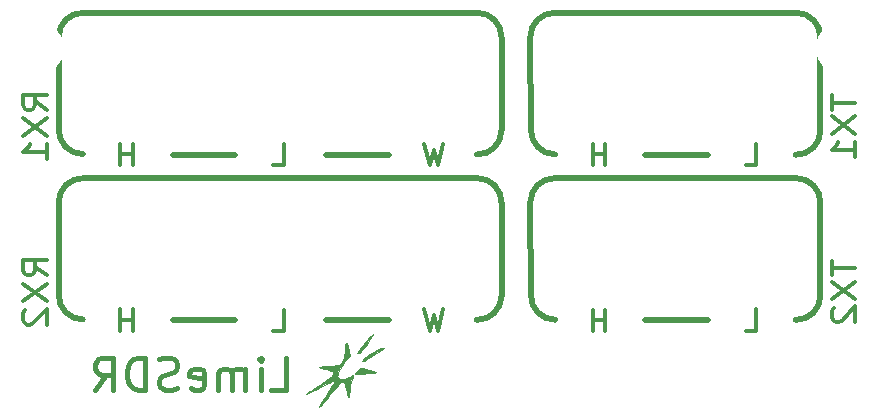
<source format=gbo>
G04 #@! TF.FileFunction,Legend,Bot*
%FSLAX46Y46*%
G04 Gerber Fmt 4.6, Leading zero omitted, Abs format (unit mm)*
G04 Created by KiCad (PCBNEW (2016-09-17 revision 679eef1)-makepkg) date 09/24/16 16:36:29*
%MOMM*%
%LPD*%
G01*
G04 APERTURE LIST*
%ADD10C,0.150000*%
%ADD11C,0.300000*%
%ADD12C,0.500000*%
%ADD13C,0.350000*%
%ADD14C,0.400000*%
%ADD15C,0.010000*%
%ADD16C,0.800000*%
%ADD17C,3.000000*%
%ADD18C,0.700000*%
%ADD19C,1.350000*%
G04 APERTURE END LIST*
D10*
D11*
X63862857Y-13904285D02*
X64720000Y-13904285D01*
X64720000Y-12104285D01*
D12*
X60620000Y-12990000D02*
X55320000Y-12990000D01*
D11*
X51934285Y-13919175D02*
X51934285Y-12119175D01*
X51934285Y-12976318D02*
X50905714Y-12976318D01*
X50905714Y-13919175D02*
X50905714Y-12119175D01*
D12*
X47710000Y-12980000D02*
G75*
G02X45660000Y-10879390I0J2050610D01*
G01*
X45610000Y-3080000D02*
X45660000Y-10879390D01*
X45609390Y-3040000D02*
G75*
G02X47710000Y-990000I2050610J0D01*
G01*
X68220000Y-990000D02*
X47720000Y-990000D01*
X68120000Y-990000D02*
G75*
G02X70170000Y-3090610I0J-2050610D01*
G01*
X70170000Y-10960000D02*
X70170000Y-3090610D01*
X70170000Y-10960000D02*
G75*
G02X68069390Y-13010000I-2050610J0D01*
G01*
D13*
X71124761Y-7966190D02*
X71124761Y-9223333D01*
X73124761Y-8594761D02*
X71124761Y-8594761D01*
X71124761Y-9747142D02*
X73124761Y-11213809D01*
X71124761Y-11213809D02*
X73124761Y-9747142D01*
X73124761Y-13204285D02*
X73124761Y-11947142D01*
X73124761Y-12575714D02*
X71124761Y-12575714D01*
X71410476Y-12366190D01*
X71600952Y-12156666D01*
X71696190Y-11947142D01*
D12*
X45609390Y-17040000D02*
G75*
G02X47710000Y-14990000I2050610J0D01*
G01*
X45610000Y-17080000D02*
X45660000Y-24879390D01*
X47710000Y-26980000D02*
G75*
G02X45660000Y-24879390I0J2050610D01*
G01*
X41120000Y-990000D02*
G75*
G02X43170000Y-3090610I0J-2050610D01*
G01*
X43170000Y-10910000D02*
X43170000Y-3090610D01*
X43170000Y-10940000D02*
G75*
G02X41069390Y-12990000I-2050610J0D01*
G01*
D11*
X38191428Y-12104285D02*
X37762857Y-13904285D01*
X37420000Y-12618571D01*
X37077142Y-13904285D01*
X36648571Y-12104285D01*
D12*
X33620000Y-12990000D02*
X28320000Y-12990000D01*
D11*
X23862857Y-13919175D02*
X24720000Y-13919175D01*
X24720000Y-12119175D01*
D12*
X20620000Y-12990000D02*
X15320000Y-12990000D01*
D11*
X11934285Y-13904285D02*
X11934285Y-12104285D01*
X11934285Y-12961428D02*
X10905714Y-12961428D01*
X10905714Y-13904285D02*
X10905714Y-12104285D01*
D12*
X7726034Y-12954890D02*
G75*
G02X5676034Y-10854280I0J2050610D01*
G01*
X41220000Y-990000D02*
X7770000Y-990000D01*
X5669390Y-3040000D02*
G75*
G02X7770000Y-990000I2050610J0D01*
G01*
X5676034Y-10854890D02*
X5676034Y-3004890D01*
D13*
X4654761Y-9205714D02*
X3702380Y-8472380D01*
X4654761Y-7948571D02*
X2654761Y-7948571D01*
X2654761Y-8786666D01*
X2750000Y-8996190D01*
X2845238Y-9100952D01*
X3035714Y-9205714D01*
X3321428Y-9205714D01*
X3511904Y-9100952D01*
X3607142Y-8996190D01*
X3702380Y-8786666D01*
X3702380Y-7948571D01*
X2654761Y-9939047D02*
X4654761Y-11405714D01*
X2654761Y-11405714D02*
X4654761Y-9939047D01*
X4654761Y-13396190D02*
X4654761Y-12139047D01*
X4654761Y-12767619D02*
X2654761Y-12767619D01*
X2940476Y-12558095D01*
X3130952Y-12348571D01*
X3226190Y-12139047D01*
D11*
X51934285Y-27919175D02*
X51934285Y-26119175D01*
X51934285Y-26976318D02*
X50905714Y-26976318D01*
X50905714Y-27919175D02*
X50905714Y-26119175D01*
X63862857Y-27904285D02*
X64720000Y-27904285D01*
X64720000Y-26104285D01*
D12*
X60620000Y-26990000D02*
X55320000Y-26990000D01*
X68220000Y-14990000D02*
X47720000Y-14990000D01*
X68120000Y-14990000D02*
G75*
G02X70170000Y-17090610I0J-2050610D01*
G01*
X70170000Y-24960000D02*
X70170000Y-17090610D01*
X70170000Y-24940000D02*
G75*
G02X68069390Y-26990000I-2050610J0D01*
G01*
D13*
X71124761Y-21966190D02*
X71124761Y-23223333D01*
X73124761Y-22594761D02*
X71124761Y-22594761D01*
X71124761Y-23747142D02*
X73124761Y-25213809D01*
X71124761Y-25213809D02*
X73124761Y-23747142D01*
X71315238Y-25947142D02*
X71220000Y-26051904D01*
X71124761Y-26261428D01*
X71124761Y-26785238D01*
X71220000Y-26994761D01*
X71315238Y-27099523D01*
X71505714Y-27204285D01*
X71696190Y-27204285D01*
X71981904Y-27099523D01*
X73124761Y-25842380D01*
X73124761Y-27204285D01*
D12*
X20620000Y-26990000D02*
X15320000Y-26990000D01*
D13*
X4654761Y-23205714D02*
X3702380Y-22472380D01*
X4654761Y-21948571D02*
X2654761Y-21948571D01*
X2654761Y-22786666D01*
X2750000Y-22996190D01*
X2845238Y-23100952D01*
X3035714Y-23205714D01*
X3321428Y-23205714D01*
X3511904Y-23100952D01*
X3607142Y-22996190D01*
X3702380Y-22786666D01*
X3702380Y-21948571D01*
X2654761Y-23939047D02*
X4654761Y-25405714D01*
X2654761Y-25405714D02*
X4654761Y-23939047D01*
X2845238Y-26139047D02*
X2750000Y-26243809D01*
X2654761Y-26453333D01*
X2654761Y-26977142D01*
X2750000Y-27186666D01*
X2845238Y-27291428D01*
X3035714Y-27396190D01*
X3226190Y-27396190D01*
X3511904Y-27291428D01*
X4654761Y-26034285D01*
X4654761Y-27396190D01*
D12*
X43170000Y-24960000D02*
X43170000Y-17090610D01*
X43170000Y-24940000D02*
G75*
G02X41069390Y-26990000I-2050610J0D01*
G01*
X41120000Y-14990000D02*
G75*
G02X43170000Y-17090610I0J-2050610D01*
G01*
X33620000Y-26990000D02*
X28320000Y-26990000D01*
X5676034Y-24854890D02*
X5676034Y-17004890D01*
X7726034Y-26954890D02*
G75*
G02X5676034Y-24854280I0J2050610D01*
G01*
X5669390Y-17040000D02*
G75*
G02X7770000Y-14990000I2050610J0D01*
G01*
X41220000Y-14990000D02*
X7770000Y-14990000D01*
D11*
X11934285Y-27904285D02*
X11934285Y-26104285D01*
X11934285Y-26961428D02*
X10905714Y-26961428D01*
X10905714Y-27904285D02*
X10905714Y-26104285D01*
X23862857Y-27919175D02*
X24720000Y-27919175D01*
X24720000Y-26119175D01*
X38191428Y-26104285D02*
X37762857Y-27904285D01*
X37420000Y-26618571D01*
X37077142Y-27904285D01*
X36648571Y-26104285D01*
D14*
X23670000Y-32911428D02*
X24955714Y-32911428D01*
X24955714Y-30211428D01*
X22770000Y-32911428D02*
X22770000Y-31111428D01*
X22770000Y-30211428D02*
X22898571Y-30340000D01*
X22770000Y-30468571D01*
X22641428Y-30340000D01*
X22770000Y-30211428D01*
X22770000Y-30468571D01*
X21484285Y-32911428D02*
X21484285Y-31111428D01*
X21484285Y-31368571D02*
X21355714Y-31240000D01*
X21098571Y-31111428D01*
X20712857Y-31111428D01*
X20455714Y-31240000D01*
X20327142Y-31497142D01*
X20327142Y-32911428D01*
X20327142Y-31497142D02*
X20198571Y-31240000D01*
X19941428Y-31111428D01*
X19555714Y-31111428D01*
X19298571Y-31240000D01*
X19170000Y-31497142D01*
X19170000Y-32911428D01*
X16855714Y-32782857D02*
X17112857Y-32911428D01*
X17627142Y-32911428D01*
X17884285Y-32782857D01*
X18012857Y-32525714D01*
X18012857Y-31497142D01*
X17884285Y-31240000D01*
X17627142Y-31111428D01*
X17112857Y-31111428D01*
X16855714Y-31240000D01*
X16727142Y-31497142D01*
X16727142Y-31754285D01*
X18012857Y-32011428D01*
X15698571Y-32782857D02*
X15312857Y-32911428D01*
X14670000Y-32911428D01*
X14412857Y-32782857D01*
X14284285Y-32654285D01*
X14155714Y-32397142D01*
X14155714Y-32140000D01*
X14284285Y-31882857D01*
X14412857Y-31754285D01*
X14670000Y-31625714D01*
X15184285Y-31497142D01*
X15441428Y-31368571D01*
X15570000Y-31240000D01*
X15698571Y-30982857D01*
X15698571Y-30725714D01*
X15570000Y-30468571D01*
X15441428Y-30340000D01*
X15184285Y-30211428D01*
X14541428Y-30211428D01*
X14155714Y-30340000D01*
X12998571Y-32911428D02*
X12998571Y-30211428D01*
X12355714Y-30211428D01*
X11970000Y-30340000D01*
X11712857Y-30597142D01*
X11584285Y-30854285D01*
X11455714Y-31368571D01*
X11455714Y-31754285D01*
X11584285Y-32268571D01*
X11712857Y-32525714D01*
X11970000Y-32782857D01*
X12355714Y-32911428D01*
X12998571Y-32911428D01*
X8755714Y-32911428D02*
X9655714Y-31625714D01*
X10298571Y-32911428D02*
X10298571Y-30211428D01*
X9270000Y-30211428D01*
X9012857Y-30340000D01*
X8884285Y-30468571D01*
X8755714Y-30725714D01*
X8755714Y-31111428D01*
X8884285Y-31368571D01*
X9012857Y-31497142D01*
X9270000Y-31625714D01*
X10298571Y-31625714D01*
D15*
G36*
X31115957Y-29811803D02*
X31152519Y-29800339D01*
X31193131Y-29773087D01*
X31243568Y-29723382D01*
X31309601Y-29644559D01*
X31397003Y-29529953D01*
X31511546Y-29372899D01*
X31659005Y-29166732D01*
X31753381Y-29034000D01*
X31901494Y-28824601D01*
X32034803Y-28634391D01*
X32147766Y-28471415D01*
X32234847Y-28343718D01*
X32290505Y-28259345D01*
X32309230Y-28226643D01*
X32293027Y-28198978D01*
X32237141Y-28229355D01*
X32140790Y-28318314D01*
X32071192Y-28391408D01*
X31896978Y-28580519D01*
X31757731Y-28734222D01*
X31638508Y-28869793D01*
X31524369Y-29004512D01*
X31400375Y-29155656D01*
X31265232Y-29323469D01*
X31148321Y-29472737D01*
X31051011Y-29603491D01*
X30981030Y-29704825D01*
X30946107Y-29765831D01*
X30943823Y-29777041D01*
X30984691Y-29802225D01*
X31067791Y-29814021D01*
X31077674Y-29814143D01*
X31115957Y-29811803D01*
X31115957Y-29811803D01*
G37*
X31115957Y-29811803D02*
X31152519Y-29800339D01*
X31193131Y-29773087D01*
X31243568Y-29723382D01*
X31309601Y-29644559D01*
X31397003Y-29529953D01*
X31511546Y-29372899D01*
X31659005Y-29166732D01*
X31753381Y-29034000D01*
X31901494Y-28824601D01*
X32034803Y-28634391D01*
X32147766Y-28471415D01*
X32234847Y-28343718D01*
X32290505Y-28259345D01*
X32309230Y-28226643D01*
X32293027Y-28198978D01*
X32237141Y-28229355D01*
X32140790Y-28318314D01*
X32071192Y-28391408D01*
X31896978Y-28580519D01*
X31757731Y-28734222D01*
X31638508Y-28869793D01*
X31524369Y-29004512D01*
X31400375Y-29155656D01*
X31265232Y-29323469D01*
X31148321Y-29472737D01*
X31051011Y-29603491D01*
X30981030Y-29704825D01*
X30946107Y-29765831D01*
X30943823Y-29777041D01*
X30984691Y-29802225D01*
X31067791Y-29814021D01*
X31077674Y-29814143D01*
X31115957Y-29811803D01*
G36*
X27755172Y-34349694D02*
X27827384Y-34282919D01*
X27935945Y-34162521D01*
X27996146Y-34091859D01*
X28099211Y-33969805D01*
X28187202Y-33866189D01*
X28247972Y-33795287D01*
X28266340Y-33774359D01*
X28300475Y-33734224D01*
X28372683Y-33647588D01*
X28475009Y-33524054D01*
X28599495Y-33373228D01*
X28736425Y-33206857D01*
X28892094Y-33019781D01*
X29050581Y-32833377D01*
X29199016Y-32662500D01*
X29324530Y-32522006D01*
X29396514Y-32444857D01*
X29504962Y-32333779D01*
X29577087Y-32267379D01*
X29626785Y-32237947D01*
X29667954Y-32237775D01*
X29714490Y-32259153D01*
X29722897Y-32263800D01*
X29820329Y-32341291D01*
X29897679Y-32459770D01*
X29960506Y-32630244D01*
X30007073Y-32826382D01*
X30054191Y-33060134D01*
X30090038Y-33232144D01*
X30117402Y-33351868D01*
X30139069Y-33428762D01*
X30157828Y-33472280D01*
X30176466Y-33491877D01*
X30197769Y-33497010D01*
X30204807Y-33497143D01*
X30233057Y-33485044D01*
X30255580Y-33441138D01*
X30275379Y-33354012D01*
X30295457Y-33212254D01*
X30307869Y-33105400D01*
X30326189Y-32927522D01*
X30340769Y-32761043D01*
X30349748Y-32628659D01*
X30351706Y-32570185D01*
X30369496Y-32411541D01*
X30416577Y-32219854D01*
X30484279Y-32023938D01*
X30563934Y-31852602D01*
X30571806Y-31838655D01*
X30621120Y-31734665D01*
X30631278Y-31669628D01*
X30603943Y-31651943D01*
X30542151Y-31688844D01*
X30503678Y-31716945D01*
X30443660Y-31752034D01*
X30351743Y-31799373D01*
X30217576Y-31864224D01*
X30030805Y-31951847D01*
X29959380Y-31985026D01*
X29875765Y-32007455D01*
X29753452Y-32022362D01*
X29675088Y-32025689D01*
X29551891Y-32021922D01*
X29473706Y-32001518D01*
X29413346Y-31955181D01*
X29388396Y-31927642D01*
X29321383Y-31822326D01*
X29279922Y-31707990D01*
X29279655Y-31706593D01*
X29286234Y-31568693D01*
X29348774Y-31386959D01*
X29466466Y-31162759D01*
X29638500Y-30897464D01*
X29864064Y-30592443D01*
X30140850Y-30250850D01*
X30252211Y-30109019D01*
X30317021Y-30004949D01*
X30331882Y-29944140D01*
X30331288Y-29942422D01*
X30312360Y-29875342D01*
X30288945Y-29767586D01*
X30277255Y-29705285D01*
X30259001Y-29609920D01*
X30236478Y-29511412D01*
X30205228Y-29392727D01*
X30160797Y-29236833D01*
X30107007Y-29054507D01*
X30065442Y-28965250D01*
X30016329Y-28931313D01*
X29971017Y-28960480D01*
X29970681Y-28961019D01*
X29959599Y-29009958D01*
X29945979Y-29117145D01*
X29931311Y-29268368D01*
X29917083Y-29449416D01*
X29912541Y-29516292D01*
X29887831Y-29814708D01*
X29855053Y-30052042D01*
X29811185Y-30239610D01*
X29753206Y-30388725D01*
X29678094Y-30510703D01*
X29632130Y-30566202D01*
X29550324Y-30651693D01*
X29470316Y-30719428D01*
X29382079Y-30772031D01*
X29275586Y-30812125D01*
X29140810Y-30842334D01*
X28967724Y-30865282D01*
X28746301Y-30883592D01*
X28466515Y-30899887D01*
X28330896Y-30906678D01*
X28142554Y-30917520D01*
X27978784Y-30930071D01*
X27853957Y-30942997D01*
X27782445Y-30954961D01*
X27772891Y-30958535D01*
X27745433Y-31000468D01*
X27774762Y-31040967D01*
X27846467Y-31064541D01*
X27872860Y-31066000D01*
X28004312Y-31079364D01*
X28171882Y-31115273D01*
X28356577Y-31167455D01*
X28539403Y-31229637D01*
X28701367Y-31295546D01*
X28823477Y-31358909D01*
X28873069Y-31396344D01*
X28937101Y-31466602D01*
X28954765Y-31517974D01*
X28933417Y-31580366D01*
X28923264Y-31600381D01*
X28845868Y-31704987D01*
X28707260Y-31836838D01*
X28506069Y-31997094D01*
X28240922Y-32186912D01*
X28174227Y-32232512D01*
X28001436Y-32347910D01*
X27800284Y-32479226D01*
X27586088Y-32616757D01*
X27374164Y-32750801D01*
X27179828Y-32871653D01*
X27018397Y-32969612D01*
X26923955Y-33024571D01*
X26787267Y-33103554D01*
X26703796Y-33158605D01*
X26661989Y-33198526D01*
X26650292Y-33232116D01*
X26650286Y-33233012D01*
X26679725Y-33231419D01*
X26768467Y-33197177D01*
X26917143Y-33129975D01*
X27126386Y-33029506D01*
X27396829Y-32895461D01*
X27729104Y-32727529D01*
X28123845Y-32525403D01*
X28548711Y-32305874D01*
X28708284Y-32226595D01*
X28817576Y-32181668D01*
X28887990Y-32167218D01*
X28927552Y-32177067D01*
X28983188Y-32225402D01*
X28998142Y-32249427D01*
X28993477Y-32274066D01*
X28969531Y-32325533D01*
X28923891Y-32407684D01*
X28854141Y-32524374D01*
X28757866Y-32679457D01*
X28632653Y-32876790D01*
X28476085Y-33120228D01*
X28285748Y-33413625D01*
X28059228Y-33760836D01*
X27878225Y-34037385D01*
X27799562Y-34160779D01*
X27739105Y-34261953D01*
X27706061Y-34325219D01*
X27702571Y-34336742D01*
X27715004Y-34366437D01*
X27755172Y-34349694D01*
X27755172Y-34349694D01*
G37*
X27755172Y-34349694D02*
X27827384Y-34282919D01*
X27935945Y-34162521D01*
X27996146Y-34091859D01*
X28099211Y-33969805D01*
X28187202Y-33866189D01*
X28247972Y-33795287D01*
X28266340Y-33774359D01*
X28300475Y-33734224D01*
X28372683Y-33647588D01*
X28475009Y-33524054D01*
X28599495Y-33373228D01*
X28736425Y-33206857D01*
X28892094Y-33019781D01*
X29050581Y-32833377D01*
X29199016Y-32662500D01*
X29324530Y-32522006D01*
X29396514Y-32444857D01*
X29504962Y-32333779D01*
X29577087Y-32267379D01*
X29626785Y-32237947D01*
X29667954Y-32237775D01*
X29714490Y-32259153D01*
X29722897Y-32263800D01*
X29820329Y-32341291D01*
X29897679Y-32459770D01*
X29960506Y-32630244D01*
X30007073Y-32826382D01*
X30054191Y-33060134D01*
X30090038Y-33232144D01*
X30117402Y-33351868D01*
X30139069Y-33428762D01*
X30157828Y-33472280D01*
X30176466Y-33491877D01*
X30197769Y-33497010D01*
X30204807Y-33497143D01*
X30233057Y-33485044D01*
X30255580Y-33441138D01*
X30275379Y-33354012D01*
X30295457Y-33212254D01*
X30307869Y-33105400D01*
X30326189Y-32927522D01*
X30340769Y-32761043D01*
X30349748Y-32628659D01*
X30351706Y-32570185D01*
X30369496Y-32411541D01*
X30416577Y-32219854D01*
X30484279Y-32023938D01*
X30563934Y-31852602D01*
X30571806Y-31838655D01*
X30621120Y-31734665D01*
X30631278Y-31669628D01*
X30603943Y-31651943D01*
X30542151Y-31688844D01*
X30503678Y-31716945D01*
X30443660Y-31752034D01*
X30351743Y-31799373D01*
X30217576Y-31864224D01*
X30030805Y-31951847D01*
X29959380Y-31985026D01*
X29875765Y-32007455D01*
X29753452Y-32022362D01*
X29675088Y-32025689D01*
X29551891Y-32021922D01*
X29473706Y-32001518D01*
X29413346Y-31955181D01*
X29388396Y-31927642D01*
X29321383Y-31822326D01*
X29279922Y-31707990D01*
X29279655Y-31706593D01*
X29286234Y-31568693D01*
X29348774Y-31386959D01*
X29466466Y-31162759D01*
X29638500Y-30897464D01*
X29864064Y-30592443D01*
X30140850Y-30250850D01*
X30252211Y-30109019D01*
X30317021Y-30004949D01*
X30331882Y-29944140D01*
X30331288Y-29942422D01*
X30312360Y-29875342D01*
X30288945Y-29767586D01*
X30277255Y-29705285D01*
X30259001Y-29609920D01*
X30236478Y-29511412D01*
X30205228Y-29392727D01*
X30160797Y-29236833D01*
X30107007Y-29054507D01*
X30065442Y-28965250D01*
X30016329Y-28931313D01*
X29971017Y-28960480D01*
X29970681Y-28961019D01*
X29959599Y-29009958D01*
X29945979Y-29117145D01*
X29931311Y-29268368D01*
X29917083Y-29449416D01*
X29912541Y-29516292D01*
X29887831Y-29814708D01*
X29855053Y-30052042D01*
X29811185Y-30239610D01*
X29753206Y-30388725D01*
X29678094Y-30510703D01*
X29632130Y-30566202D01*
X29550324Y-30651693D01*
X29470316Y-30719428D01*
X29382079Y-30772031D01*
X29275586Y-30812125D01*
X29140810Y-30842334D01*
X28967724Y-30865282D01*
X28746301Y-30883592D01*
X28466515Y-30899887D01*
X28330896Y-30906678D01*
X28142554Y-30917520D01*
X27978784Y-30930071D01*
X27853957Y-30942997D01*
X27782445Y-30954961D01*
X27772891Y-30958535D01*
X27745433Y-31000468D01*
X27774762Y-31040967D01*
X27846467Y-31064541D01*
X27872860Y-31066000D01*
X28004312Y-31079364D01*
X28171882Y-31115273D01*
X28356577Y-31167455D01*
X28539403Y-31229637D01*
X28701367Y-31295546D01*
X28823477Y-31358909D01*
X28873069Y-31396344D01*
X28937101Y-31466602D01*
X28954765Y-31517974D01*
X28933417Y-31580366D01*
X28923264Y-31600381D01*
X28845868Y-31704987D01*
X28707260Y-31836838D01*
X28506069Y-31997094D01*
X28240922Y-32186912D01*
X28174227Y-32232512D01*
X28001436Y-32347910D01*
X27800284Y-32479226D01*
X27586088Y-32616757D01*
X27374164Y-32750801D01*
X27179828Y-32871653D01*
X27018397Y-32969612D01*
X26923955Y-33024571D01*
X26787267Y-33103554D01*
X26703796Y-33158605D01*
X26661989Y-33198526D01*
X26650292Y-33232116D01*
X26650286Y-33233012D01*
X26679725Y-33231419D01*
X26768467Y-33197177D01*
X26917143Y-33129975D01*
X27126386Y-33029506D01*
X27396829Y-32895461D01*
X27729104Y-32727529D01*
X28123845Y-32525403D01*
X28548711Y-32305874D01*
X28708284Y-32226595D01*
X28817576Y-32181668D01*
X28887990Y-32167218D01*
X28927552Y-32177067D01*
X28983188Y-32225402D01*
X28998142Y-32249427D01*
X28993477Y-32274066D01*
X28969531Y-32325533D01*
X28923891Y-32407684D01*
X28854141Y-32524374D01*
X28757866Y-32679457D01*
X28632653Y-32876790D01*
X28476085Y-33120228D01*
X28285748Y-33413625D01*
X28059228Y-33760836D01*
X27878225Y-34037385D01*
X27799562Y-34160779D01*
X27739105Y-34261953D01*
X27706061Y-34325219D01*
X27702571Y-34336742D01*
X27715004Y-34366437D01*
X27755172Y-34349694D01*
G36*
X31420785Y-30476541D02*
X31528718Y-30432415D01*
X31693376Y-30348605D01*
X31721346Y-30333570D01*
X31889914Y-30238669D01*
X32078867Y-30125924D01*
X32278649Y-30001740D01*
X32479702Y-29872520D01*
X32672469Y-29744669D01*
X32847394Y-29624591D01*
X32994919Y-29518692D01*
X33105487Y-29433376D01*
X33169542Y-29375048D01*
X33181714Y-29354912D01*
X33171720Y-29333335D01*
X33136309Y-29332355D01*
X33067338Y-29355089D01*
X32956665Y-29404652D01*
X32796148Y-29484162D01*
X32655571Y-29556303D01*
X32333983Y-29725298D01*
X32071631Y-29869547D01*
X31861407Y-29993703D01*
X31696198Y-30102421D01*
X31568894Y-30200356D01*
X31472384Y-30292164D01*
X31404777Y-30375079D01*
X31362069Y-30447446D01*
X31366320Y-30481409D01*
X31420785Y-30476541D01*
X31420785Y-30476541D01*
G37*
X31420785Y-30476541D02*
X31528718Y-30432415D01*
X31693376Y-30348605D01*
X31721346Y-30333570D01*
X31889914Y-30238669D01*
X32078867Y-30125924D01*
X32278649Y-30001740D01*
X32479702Y-29872520D01*
X32672469Y-29744669D01*
X32847394Y-29624591D01*
X32994919Y-29518692D01*
X33105487Y-29433376D01*
X33169542Y-29375048D01*
X33181714Y-29354912D01*
X33171720Y-29333335D01*
X33136309Y-29332355D01*
X33067338Y-29355089D01*
X32956665Y-29404652D01*
X32796148Y-29484162D01*
X32655571Y-29556303D01*
X32333983Y-29725298D01*
X32071631Y-29869547D01*
X31861407Y-29993703D01*
X31696198Y-30102421D01*
X31568894Y-30200356D01*
X31472384Y-30292164D01*
X31404777Y-30375079D01*
X31362069Y-30447446D01*
X31366320Y-30481409D01*
X31420785Y-30476541D01*
G36*
X30810127Y-31596382D02*
X30882546Y-31585702D01*
X31011529Y-31572481D01*
X31181176Y-31558132D01*
X31375588Y-31544070D01*
X31458143Y-31538753D01*
X31788250Y-31517392D01*
X32051246Y-31498267D01*
X32252535Y-31480816D01*
X32397524Y-31464481D01*
X32491618Y-31448699D01*
X32540223Y-31432909D01*
X32548722Y-31425609D01*
X32532294Y-31396998D01*
X32466555Y-31371996D01*
X32356683Y-31344462D01*
X32213800Y-31304739D01*
X32057226Y-31258690D01*
X31906277Y-31212173D01*
X31780272Y-31171050D01*
X31698528Y-31141181D01*
X31684450Y-31134735D01*
X31614770Y-31112858D01*
X31500855Y-31091156D01*
X31401409Y-31078176D01*
X31182347Y-31055280D01*
X30988377Y-31255543D01*
X30887921Y-31363983D01*
X30803926Y-31463156D01*
X30753106Y-31533221D01*
X30750402Y-31538030D01*
X30725092Y-31594533D01*
X30745600Y-31608591D01*
X30810127Y-31596382D01*
X30810127Y-31596382D01*
G37*
X30810127Y-31596382D02*
X30882546Y-31585702D01*
X31011529Y-31572481D01*
X31181176Y-31558132D01*
X31375588Y-31544070D01*
X31458143Y-31538753D01*
X31788250Y-31517392D01*
X32051246Y-31498267D01*
X32252535Y-31480816D01*
X32397524Y-31464481D01*
X32491618Y-31448699D01*
X32540223Y-31432909D01*
X32548722Y-31425609D01*
X32532294Y-31396998D01*
X32466555Y-31371996D01*
X32356683Y-31344462D01*
X32213800Y-31304739D01*
X32057226Y-31258690D01*
X31906277Y-31212173D01*
X31780272Y-31171050D01*
X31698528Y-31141181D01*
X31684450Y-31134735D01*
X31614770Y-31112858D01*
X31500855Y-31091156D01*
X31401409Y-31078176D01*
X31182347Y-31055280D01*
X30988377Y-31255543D01*
X30887921Y-31363983D01*
X30803926Y-31463156D01*
X30753106Y-31533221D01*
X30750402Y-31538030D01*
X30725092Y-31594533D01*
X30745600Y-31608591D01*
X30810127Y-31596382D01*
%LPC*%
D16*
X73750000Y-3980000D02*
G75*
G03X73750000Y-3980000I-1800000J0D01*
G01*
X73730000Y-31060000D02*
G75*
G03X73730000Y-31060000I-1800000J0D01*
G01*
X5740000Y-31030000D02*
G75*
G03X5740000Y-31030000I-1800000J0D01*
G01*
X5750000Y-3990000D02*
G75*
G03X5750000Y-3990000I-1800000J0D01*
G01*
D17*
X67080000Y-20790000D02*
G75*
G03X67080000Y-20790000I-2660000J0D01*
G01*
D18*
X67350000Y-18950000D02*
X67350000Y-22640000D01*
D19*
X68250000Y-20790000D02*
G75*
G03X68250000Y-20790000I-3830000J0D01*
G01*
D17*
X54080000Y-20790000D02*
G75*
G03X54080000Y-20790000I-2660000J0D01*
G01*
D18*
X54350000Y-18950000D02*
X54350000Y-22640000D01*
D19*
X55250000Y-20790000D02*
G75*
G03X55250000Y-20790000I-3830000J0D01*
G01*
D17*
X67080000Y-6790000D02*
G75*
G03X67080000Y-6790000I-2660000J0D01*
G01*
D18*
X67350000Y-4950000D02*
X67350000Y-8640000D01*
D19*
X68250000Y-6790000D02*
G75*
G03X68250000Y-6790000I-3830000J0D01*
G01*
D17*
X54080000Y-6790000D02*
G75*
G03X54080000Y-6790000I-2660000J0D01*
G01*
D18*
X54350000Y-4950000D02*
X54350000Y-8640000D01*
D19*
X55250000Y-6790000D02*
G75*
G03X55250000Y-6790000I-3830000J0D01*
G01*
D17*
X40080000Y-20790000D02*
G75*
G03X40080000Y-20790000I-2660000J0D01*
G01*
D18*
X40350000Y-18950000D02*
X40350000Y-22640000D01*
D19*
X41250000Y-20790000D02*
G75*
G03X41250000Y-20790000I-3830000J0D01*
G01*
D17*
X27080000Y-20790000D02*
G75*
G03X27080000Y-20790000I-2660000J0D01*
G01*
D18*
X27350000Y-18950000D02*
X27350000Y-22640000D01*
D19*
X28250000Y-20790000D02*
G75*
G03X28250000Y-20790000I-3830000J0D01*
G01*
D17*
X14080000Y-20790000D02*
G75*
G03X14080000Y-20790000I-2660000J0D01*
G01*
D18*
X14350000Y-18950000D02*
X14350000Y-22640000D01*
D19*
X15250000Y-20790000D02*
G75*
G03X15250000Y-20790000I-3830000J0D01*
G01*
D17*
X40080000Y-6790000D02*
G75*
G03X40080000Y-6790000I-2660000J0D01*
G01*
D18*
X40350000Y-4950000D02*
X40350000Y-8640000D01*
D19*
X41250000Y-6790000D02*
G75*
G03X41250000Y-6790000I-3830000J0D01*
G01*
D17*
X27080000Y-6790000D02*
G75*
G03X27080000Y-6790000I-2660000J0D01*
G01*
D18*
X27350000Y-4950000D02*
X27350000Y-8640000D01*
D19*
X28250000Y-6790000D02*
G75*
G03X28250000Y-6790000I-3830000J0D01*
G01*
D17*
X14080000Y-6790000D02*
G75*
G03X14080000Y-6790000I-2660000J0D01*
G01*
D18*
X14350000Y-4950000D02*
X14350000Y-8640000D01*
D19*
X15250000Y-6790000D02*
G75*
G03X15250000Y-6790000I-3830000J0D01*
G01*
M02*

</source>
